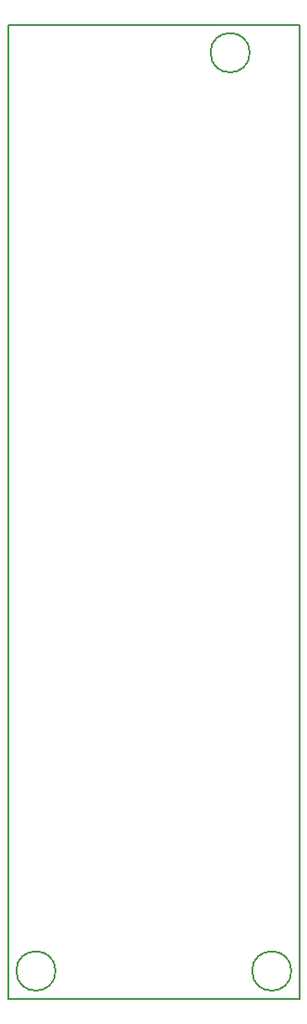
<source format=gbr>
G04 #@! TF.FileFunction,Profile,NP*
%FSLAX46Y46*%
G04 Gerber Fmt 4.6, Leading zero omitted, Abs format (unit mm)*
G04 Created by KiCad (PCBNEW 4.0.4-stable) date 06/30/17 00:29:43*
%MOMM*%
%LPD*%
G01*
G04 APERTURE LIST*
%ADD10C,0.100000*%
%ADD11C,0.150000*%
G04 APERTURE END LIST*
D10*
D11*
X75456051Y-49530000D02*
G75*
G03X75456051Y-49530000I-1796051J0D01*
G01*
X79266051Y-133350000D02*
G75*
G03X79266051Y-133350000I-1796051J0D01*
G01*
X57676051Y-133350000D02*
G75*
G03X57676051Y-133350000I-1796051J0D01*
G01*
X53340000Y-135890000D02*
X80010000Y-135890000D01*
X53340000Y-46990000D02*
X53340000Y-135890000D01*
X80010000Y-46990000D02*
X80010000Y-135890000D01*
X53340000Y-46990000D02*
X80010000Y-46990000D01*
M02*

</source>
